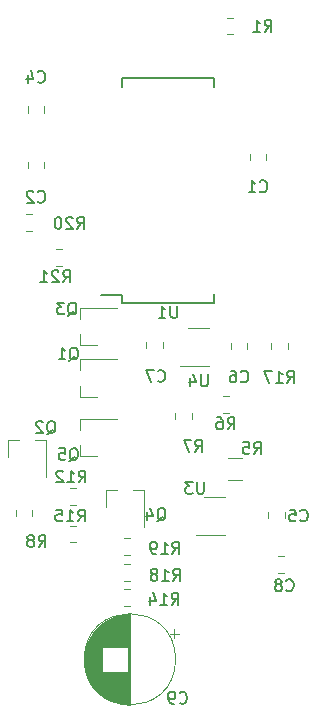
<source format=gbo>
G04 #@! TF.GenerationSoftware,KiCad,Pcbnew,(5.0.1-3-g963ef8bb5)*
G04 #@! TF.CreationDate,2019-04-01T22:55:47-04:00*
G04 #@! TF.ProjectId,radio,726164696F2E6B696361645F70636200,rev?*
G04 #@! TF.SameCoordinates,Original*
G04 #@! TF.FileFunction,Legend,Bot*
G04 #@! TF.FilePolarity,Positive*
%FSLAX46Y46*%
G04 Gerber Fmt 4.6, Leading zero omitted, Abs format (unit mm)*
G04 Created by KiCad (PCBNEW (5.0.1-3-g963ef8bb5)) date Monday, April 01, 2019 at 10:55:47 pm*
%MOMM*%
%LPD*%
G01*
G04 APERTURE LIST*
%ADD10C,0.120000*%
%ADD11C,0.150000*%
G04 APERTURE END LIST*
D10*
G04 #@! TO.C,U4*
X142505000Y-106956500D02*
X140055000Y-106956500D01*
X140705000Y-103736500D02*
X142505000Y-103736500D01*
G04 #@! TO.C,R20*
X126992748Y-95579000D02*
X127515252Y-95579000D01*
X126992748Y-94159000D02*
X127515252Y-94159000D01*
G04 #@! TO.C,R21*
X129532748Y-98500000D02*
X130055252Y-98500000D01*
X129532748Y-97080000D02*
X130055252Y-97080000D01*
G04 #@! TO.C,R19*
X135770252Y-123011000D02*
X135247748Y-123011000D01*
X135770252Y-121591000D02*
X135247748Y-121591000D01*
G04 #@! TO.C,R18*
X135247748Y-125170000D02*
X135770252Y-125170000D01*
X135247748Y-123750000D02*
X135770252Y-123750000D01*
G04 #@! TO.C,Q2*
X125483500Y-113222500D02*
X125483500Y-114682500D01*
X128643500Y-113222500D02*
X128643500Y-116382500D01*
X128643500Y-113222500D02*
X127713500Y-113222500D01*
X125483500Y-113222500D02*
X126413500Y-113222500D01*
D11*
G04 #@! TO.C,U1*
X135150000Y-101000000D02*
X133325000Y-101000000D01*
X135150000Y-82600000D02*
X142900000Y-82600000D01*
X135150000Y-101650000D02*
X142900000Y-101650000D01*
X135150000Y-82600000D02*
X135150000Y-83345000D01*
X142900000Y-82600000D02*
X142900000Y-83345000D01*
X142900000Y-101650000D02*
X142900000Y-100905000D01*
X135150000Y-101650000D02*
X135150000Y-101000000D01*
D10*
G04 #@! TO.C,U3*
X143822000Y-121310000D02*
X141372000Y-121310000D01*
X142022000Y-118090000D02*
X143822000Y-118090000D01*
G04 #@! TO.C,R12*
X131261752Y-118756500D02*
X130739248Y-118756500D01*
X131261752Y-117336500D02*
X130739248Y-117336500D01*
G04 #@! TO.C,Q4*
X133802000Y-117477000D02*
X133802000Y-118937000D01*
X136962000Y-117477000D02*
X136962000Y-120637000D01*
X136962000Y-117477000D02*
X136032000Y-117477000D01*
X133802000Y-117477000D02*
X134732000Y-117477000D01*
G04 #@! TO.C,Q3*
X131574000Y-105212000D02*
X133034000Y-105212000D01*
X131574000Y-102052000D02*
X134734000Y-102052000D01*
X131574000Y-102052000D02*
X131574000Y-102982000D01*
X131574000Y-105212000D02*
X131574000Y-104282000D01*
G04 #@! TO.C,C1*
X147335000Y-89013748D02*
X147335000Y-89536252D01*
X145915000Y-89013748D02*
X145915000Y-89536252D01*
G04 #@! TO.C,C2*
X127115000Y-90236252D02*
X127115000Y-89713748D01*
X128535000Y-90236252D02*
X128535000Y-89713748D01*
G04 #@! TO.C,C4*
X127115000Y-85536252D02*
X127115000Y-85013748D01*
X128535000Y-85536252D02*
X128535000Y-85013748D01*
G04 #@! TO.C,C5*
X147499000Y-119886252D02*
X147499000Y-119363748D01*
X148919000Y-119886252D02*
X148919000Y-119363748D01*
G04 #@! TO.C,C6*
X145725000Y-105053748D02*
X145725000Y-105576252D01*
X144305000Y-105053748D02*
X144305000Y-105576252D01*
G04 #@! TO.C,C7*
X138565000Y-104963748D02*
X138565000Y-105486252D01*
X137145000Y-104963748D02*
X137145000Y-105486252D01*
G04 #@! TO.C,C8*
X148851252Y-124535000D02*
X148328748Y-124535000D01*
X148851252Y-123115000D02*
X148328748Y-123115000D01*
G04 #@! TO.C,Q1*
X131574000Y-109593500D02*
X131574000Y-108663500D01*
X131574000Y-106433500D02*
X131574000Y-107363500D01*
X131574000Y-106433500D02*
X134734000Y-106433500D01*
X131574000Y-109593500D02*
X133034000Y-109593500D01*
G04 #@! TO.C,Q5*
X131574000Y-114610000D02*
X133034000Y-114610000D01*
X131574000Y-111450000D02*
X134734000Y-111450000D01*
X131574000Y-111450000D02*
X131574000Y-112380000D01*
X131574000Y-114610000D02*
X131574000Y-113680000D01*
G04 #@! TO.C,R1*
X143963748Y-77490000D02*
X144486252Y-77490000D01*
X143963748Y-78910000D02*
X144486252Y-78910000D01*
G04 #@! TO.C,R5*
X145255064Y-116607000D02*
X144050936Y-116607000D01*
X145255064Y-114787000D02*
X144050936Y-114787000D01*
G04 #@! TO.C,R6*
X144152252Y-110946000D02*
X143629748Y-110946000D01*
X144152252Y-109526000D02*
X143629748Y-109526000D01*
G04 #@! TO.C,R7*
X141045000Y-110990748D02*
X141045000Y-111513252D01*
X139625000Y-110990748D02*
X139625000Y-111513252D01*
G04 #@! TO.C,R8*
X127519500Y-119182248D02*
X127519500Y-119704752D01*
X126099500Y-119182248D02*
X126099500Y-119704752D01*
G04 #@! TO.C,R14*
X135247748Y-127329000D02*
X135770252Y-127329000D01*
X135247748Y-125909000D02*
X135770252Y-125909000D01*
G04 #@! TO.C,R15*
X131198252Y-120511500D02*
X130675748Y-120511500D01*
X131198252Y-121931500D02*
X130675748Y-121931500D01*
G04 #@! TO.C,R17*
X149155000Y-105043748D02*
X149155000Y-105566252D01*
X147735000Y-105043748D02*
X147735000Y-105566252D01*
G04 #@! TO.C,C9*
X139653000Y-131826000D02*
G75*
G03X139653000Y-131826000I-3870000J0D01*
G01*
X135783000Y-127996000D02*
X135783000Y-135656000D01*
X135743000Y-127996000D02*
X135743000Y-135656000D01*
X135703000Y-127996000D02*
X135703000Y-135656000D01*
X135663000Y-127997000D02*
X135663000Y-135655000D01*
X135623000Y-127999000D02*
X135623000Y-135653000D01*
X135583000Y-128001000D02*
X135583000Y-135651000D01*
X135543000Y-128003000D02*
X135543000Y-130786000D01*
X135543000Y-132866000D02*
X135543000Y-135649000D01*
X135503000Y-128006000D02*
X135503000Y-130786000D01*
X135503000Y-132866000D02*
X135503000Y-135646000D01*
X135463000Y-128009000D02*
X135463000Y-130786000D01*
X135463000Y-132866000D02*
X135463000Y-135643000D01*
X135423000Y-128012000D02*
X135423000Y-130786000D01*
X135423000Y-132866000D02*
X135423000Y-135640000D01*
X135383000Y-128016000D02*
X135383000Y-130786000D01*
X135383000Y-132866000D02*
X135383000Y-135636000D01*
X135343000Y-128021000D02*
X135343000Y-130786000D01*
X135343000Y-132866000D02*
X135343000Y-135631000D01*
X135303000Y-128025000D02*
X135303000Y-130786000D01*
X135303000Y-132866000D02*
X135303000Y-135627000D01*
X135263000Y-128031000D02*
X135263000Y-130786000D01*
X135263000Y-132866000D02*
X135263000Y-135621000D01*
X135223000Y-128036000D02*
X135223000Y-130786000D01*
X135223000Y-132866000D02*
X135223000Y-135616000D01*
X135183000Y-128042000D02*
X135183000Y-130786000D01*
X135183000Y-132866000D02*
X135183000Y-135610000D01*
X135143000Y-128049000D02*
X135143000Y-130786000D01*
X135143000Y-132866000D02*
X135143000Y-135603000D01*
X135103000Y-128056000D02*
X135103000Y-130786000D01*
X135103000Y-132866000D02*
X135103000Y-135596000D01*
X135062000Y-128063000D02*
X135062000Y-130786000D01*
X135062000Y-132866000D02*
X135062000Y-135589000D01*
X135022000Y-128071000D02*
X135022000Y-130786000D01*
X135022000Y-132866000D02*
X135022000Y-135581000D01*
X134982000Y-128079000D02*
X134982000Y-130786000D01*
X134982000Y-132866000D02*
X134982000Y-135573000D01*
X134942000Y-128088000D02*
X134942000Y-130786000D01*
X134942000Y-132866000D02*
X134942000Y-135564000D01*
X134902000Y-128097000D02*
X134902000Y-130786000D01*
X134902000Y-132866000D02*
X134902000Y-135555000D01*
X134862000Y-128106000D02*
X134862000Y-130786000D01*
X134862000Y-132866000D02*
X134862000Y-135546000D01*
X134822000Y-128116000D02*
X134822000Y-130786000D01*
X134822000Y-132866000D02*
X134822000Y-135536000D01*
X134782000Y-128127000D02*
X134782000Y-130786000D01*
X134782000Y-132866000D02*
X134782000Y-135525000D01*
X134742000Y-128138000D02*
X134742000Y-130786000D01*
X134742000Y-132866000D02*
X134742000Y-135514000D01*
X134702000Y-128149000D02*
X134702000Y-130786000D01*
X134702000Y-132866000D02*
X134702000Y-135503000D01*
X134662000Y-128161000D02*
X134662000Y-130786000D01*
X134662000Y-132866000D02*
X134662000Y-135491000D01*
X134622000Y-128173000D02*
X134622000Y-130786000D01*
X134622000Y-132866000D02*
X134622000Y-135479000D01*
X134582000Y-128186000D02*
X134582000Y-130786000D01*
X134582000Y-132866000D02*
X134582000Y-135466000D01*
X134542000Y-128200000D02*
X134542000Y-130786000D01*
X134542000Y-132866000D02*
X134542000Y-135452000D01*
X134502000Y-128213000D02*
X134502000Y-130786000D01*
X134502000Y-132866000D02*
X134502000Y-135439000D01*
X134462000Y-128228000D02*
X134462000Y-130786000D01*
X134462000Y-132866000D02*
X134462000Y-135424000D01*
X134422000Y-128242000D02*
X134422000Y-130786000D01*
X134422000Y-132866000D02*
X134422000Y-135410000D01*
X134382000Y-128258000D02*
X134382000Y-130786000D01*
X134382000Y-132866000D02*
X134382000Y-135394000D01*
X134342000Y-128273000D02*
X134342000Y-130786000D01*
X134342000Y-132866000D02*
X134342000Y-135379000D01*
X134302000Y-128290000D02*
X134302000Y-130786000D01*
X134302000Y-132866000D02*
X134302000Y-135362000D01*
X134262000Y-128306000D02*
X134262000Y-130786000D01*
X134262000Y-132866000D02*
X134262000Y-135346000D01*
X134222000Y-128324000D02*
X134222000Y-130786000D01*
X134222000Y-132866000D02*
X134222000Y-135328000D01*
X134182000Y-128342000D02*
X134182000Y-130786000D01*
X134182000Y-132866000D02*
X134182000Y-135310000D01*
X134142000Y-128360000D02*
X134142000Y-130786000D01*
X134142000Y-132866000D02*
X134142000Y-135292000D01*
X134102000Y-128379000D02*
X134102000Y-130786000D01*
X134102000Y-132866000D02*
X134102000Y-135273000D01*
X134062000Y-128399000D02*
X134062000Y-130786000D01*
X134062000Y-132866000D02*
X134062000Y-135253000D01*
X134022000Y-128419000D02*
X134022000Y-130786000D01*
X134022000Y-132866000D02*
X134022000Y-135233000D01*
X133982000Y-128440000D02*
X133982000Y-130786000D01*
X133982000Y-132866000D02*
X133982000Y-135212000D01*
X133942000Y-128461000D02*
X133942000Y-130786000D01*
X133942000Y-132866000D02*
X133942000Y-135191000D01*
X133902000Y-128483000D02*
X133902000Y-130786000D01*
X133902000Y-132866000D02*
X133902000Y-135169000D01*
X133862000Y-128505000D02*
X133862000Y-130786000D01*
X133862000Y-132866000D02*
X133862000Y-135147000D01*
X133822000Y-128529000D02*
X133822000Y-130786000D01*
X133822000Y-132866000D02*
X133822000Y-135123000D01*
X133782000Y-128552000D02*
X133782000Y-130786000D01*
X133782000Y-132866000D02*
X133782000Y-135100000D01*
X133742000Y-128577000D02*
X133742000Y-130786000D01*
X133742000Y-132866000D02*
X133742000Y-135075000D01*
X133702000Y-128602000D02*
X133702000Y-130786000D01*
X133702000Y-132866000D02*
X133702000Y-135050000D01*
X133662000Y-128628000D02*
X133662000Y-130786000D01*
X133662000Y-132866000D02*
X133662000Y-135024000D01*
X133622000Y-128654000D02*
X133622000Y-130786000D01*
X133622000Y-132866000D02*
X133622000Y-134998000D01*
X133582000Y-128682000D02*
X133582000Y-130786000D01*
X133582000Y-132866000D02*
X133582000Y-134970000D01*
X133542000Y-128710000D02*
X133542000Y-130786000D01*
X133542000Y-132866000D02*
X133542000Y-134942000D01*
X133502000Y-128738000D02*
X133502000Y-130786000D01*
X133502000Y-132866000D02*
X133502000Y-134914000D01*
X133462000Y-128768000D02*
X133462000Y-134884000D01*
X133422000Y-128798000D02*
X133422000Y-134854000D01*
X133382000Y-128830000D02*
X133382000Y-134822000D01*
X133342000Y-128862000D02*
X133342000Y-134790000D01*
X133302000Y-128895000D02*
X133302000Y-134757000D01*
X133262000Y-128928000D02*
X133262000Y-134724000D01*
X133222000Y-128963000D02*
X133222000Y-134689000D01*
X133182000Y-128999000D02*
X133182000Y-134653000D01*
X133142000Y-129036000D02*
X133142000Y-134616000D01*
X133102000Y-129074000D02*
X133102000Y-134578000D01*
X133062000Y-129113000D02*
X133062000Y-134539000D01*
X133022000Y-129153000D02*
X133022000Y-134499000D01*
X132982000Y-129194000D02*
X132982000Y-134458000D01*
X132942000Y-129237000D02*
X132942000Y-134415000D01*
X132902000Y-129280000D02*
X132902000Y-134372000D01*
X132862000Y-129326000D02*
X132862000Y-134326000D01*
X132822000Y-129372000D02*
X132822000Y-134280000D01*
X132782000Y-129421000D02*
X132782000Y-134231000D01*
X132742000Y-129471000D02*
X132742000Y-134181000D01*
X132702000Y-129522000D02*
X132702000Y-134130000D01*
X132662000Y-129576000D02*
X132662000Y-134076000D01*
X132622000Y-129631000D02*
X132622000Y-134021000D01*
X132582000Y-129689000D02*
X132582000Y-133963000D01*
X132542000Y-129749000D02*
X132542000Y-133903000D01*
X132502000Y-129812000D02*
X132502000Y-133840000D01*
X132462000Y-129877000D02*
X132462000Y-133775000D01*
X132422000Y-129945000D02*
X132422000Y-133707000D01*
X132382000Y-130017000D02*
X132382000Y-133635000D01*
X132342000Y-130093000D02*
X132342000Y-133559000D01*
X132302000Y-130172000D02*
X132302000Y-133480000D01*
X132262000Y-130257000D02*
X132262000Y-133395000D01*
X132222000Y-130348000D02*
X132222000Y-133304000D01*
X132182000Y-130445000D02*
X132182000Y-133207000D01*
X132142000Y-130551000D02*
X132142000Y-133101000D01*
X132102000Y-130668000D02*
X132102000Y-132984000D01*
X132062000Y-130798000D02*
X132062000Y-132854000D01*
X132022000Y-130949000D02*
X132022000Y-132703000D01*
X131982000Y-131133000D02*
X131982000Y-132519000D01*
X131942000Y-131385000D02*
X131942000Y-132267000D01*
X139925211Y-129651000D02*
X139175211Y-129651000D01*
X139550211Y-129276000D02*
X139550211Y-130026000D01*
G04 #@! TO.C,U4*
D11*
X142366904Y-107698880D02*
X142366904Y-108508404D01*
X142319285Y-108603642D01*
X142271666Y-108651261D01*
X142176428Y-108698880D01*
X141985952Y-108698880D01*
X141890714Y-108651261D01*
X141843095Y-108603642D01*
X141795476Y-108508404D01*
X141795476Y-107698880D01*
X140890714Y-108032214D02*
X140890714Y-108698880D01*
X141128809Y-107651261D02*
X141366904Y-108365547D01*
X140747857Y-108365547D01*
G04 #@! TO.C,R20*
X131325857Y-95384880D02*
X131659190Y-94908690D01*
X131897285Y-95384880D02*
X131897285Y-94384880D01*
X131516333Y-94384880D01*
X131421095Y-94432500D01*
X131373476Y-94480119D01*
X131325857Y-94575357D01*
X131325857Y-94718214D01*
X131373476Y-94813452D01*
X131421095Y-94861071D01*
X131516333Y-94908690D01*
X131897285Y-94908690D01*
X130944904Y-94480119D02*
X130897285Y-94432500D01*
X130802047Y-94384880D01*
X130563952Y-94384880D01*
X130468714Y-94432500D01*
X130421095Y-94480119D01*
X130373476Y-94575357D01*
X130373476Y-94670595D01*
X130421095Y-94813452D01*
X130992523Y-95384880D01*
X130373476Y-95384880D01*
X129754428Y-94384880D02*
X129659190Y-94384880D01*
X129563952Y-94432500D01*
X129516333Y-94480119D01*
X129468714Y-94575357D01*
X129421095Y-94765833D01*
X129421095Y-95003928D01*
X129468714Y-95194404D01*
X129516333Y-95289642D01*
X129563952Y-95337261D01*
X129659190Y-95384880D01*
X129754428Y-95384880D01*
X129849666Y-95337261D01*
X129897285Y-95289642D01*
X129944904Y-95194404D01*
X129992523Y-95003928D01*
X129992523Y-94765833D01*
X129944904Y-94575357D01*
X129897285Y-94480119D01*
X129849666Y-94432500D01*
X129754428Y-94384880D01*
G04 #@! TO.C,R21*
X130119357Y-99893380D02*
X130452690Y-99417190D01*
X130690785Y-99893380D02*
X130690785Y-98893380D01*
X130309833Y-98893380D01*
X130214595Y-98941000D01*
X130166976Y-98988619D01*
X130119357Y-99083857D01*
X130119357Y-99226714D01*
X130166976Y-99321952D01*
X130214595Y-99369571D01*
X130309833Y-99417190D01*
X130690785Y-99417190D01*
X129738404Y-98988619D02*
X129690785Y-98941000D01*
X129595547Y-98893380D01*
X129357452Y-98893380D01*
X129262214Y-98941000D01*
X129214595Y-98988619D01*
X129166976Y-99083857D01*
X129166976Y-99179095D01*
X129214595Y-99321952D01*
X129786023Y-99893380D01*
X129166976Y-99893380D01*
X128214595Y-99893380D02*
X128786023Y-99893380D01*
X128500309Y-99893380D02*
X128500309Y-98893380D01*
X128595547Y-99036238D01*
X128690785Y-99131476D01*
X128786023Y-99179095D01*
G04 #@! TO.C,R19*
X139390357Y-122880380D02*
X139723690Y-122404190D01*
X139961785Y-122880380D02*
X139961785Y-121880380D01*
X139580833Y-121880380D01*
X139485595Y-121928000D01*
X139437976Y-121975619D01*
X139390357Y-122070857D01*
X139390357Y-122213714D01*
X139437976Y-122308952D01*
X139485595Y-122356571D01*
X139580833Y-122404190D01*
X139961785Y-122404190D01*
X138437976Y-122880380D02*
X139009404Y-122880380D01*
X138723690Y-122880380D02*
X138723690Y-121880380D01*
X138818928Y-122023238D01*
X138914166Y-122118476D01*
X139009404Y-122166095D01*
X137961785Y-122880380D02*
X137771309Y-122880380D01*
X137676071Y-122832761D01*
X137628452Y-122785142D01*
X137533214Y-122642285D01*
X137485595Y-122451809D01*
X137485595Y-122070857D01*
X137533214Y-121975619D01*
X137580833Y-121928000D01*
X137676071Y-121880380D01*
X137866547Y-121880380D01*
X137961785Y-121928000D01*
X138009404Y-121975619D01*
X138057023Y-122070857D01*
X138057023Y-122308952D01*
X138009404Y-122404190D01*
X137961785Y-122451809D01*
X137866547Y-122499428D01*
X137676071Y-122499428D01*
X137580833Y-122451809D01*
X137533214Y-122404190D01*
X137485595Y-122308952D01*
G04 #@! TO.C,R18*
X139453857Y-125166380D02*
X139787190Y-124690190D01*
X140025285Y-125166380D02*
X140025285Y-124166380D01*
X139644333Y-124166380D01*
X139549095Y-124214000D01*
X139501476Y-124261619D01*
X139453857Y-124356857D01*
X139453857Y-124499714D01*
X139501476Y-124594952D01*
X139549095Y-124642571D01*
X139644333Y-124690190D01*
X140025285Y-124690190D01*
X138501476Y-125166380D02*
X139072904Y-125166380D01*
X138787190Y-125166380D02*
X138787190Y-124166380D01*
X138882428Y-124309238D01*
X138977666Y-124404476D01*
X139072904Y-124452095D01*
X137930047Y-124594952D02*
X138025285Y-124547333D01*
X138072904Y-124499714D01*
X138120523Y-124404476D01*
X138120523Y-124356857D01*
X138072904Y-124261619D01*
X138025285Y-124214000D01*
X137930047Y-124166380D01*
X137739571Y-124166380D01*
X137644333Y-124214000D01*
X137596714Y-124261619D01*
X137549095Y-124356857D01*
X137549095Y-124404476D01*
X137596714Y-124499714D01*
X137644333Y-124547333D01*
X137739571Y-124594952D01*
X137930047Y-124594952D01*
X138025285Y-124642571D01*
X138072904Y-124690190D01*
X138120523Y-124785428D01*
X138120523Y-124975904D01*
X138072904Y-125071142D01*
X138025285Y-125118761D01*
X137930047Y-125166380D01*
X137739571Y-125166380D01*
X137644333Y-125118761D01*
X137596714Y-125071142D01*
X137549095Y-124975904D01*
X137549095Y-124785428D01*
X137596714Y-124690190D01*
X137644333Y-124642571D01*
X137739571Y-124594952D01*
G04 #@! TO.C,Q2*
X128746238Y-112752119D02*
X128841476Y-112704500D01*
X128936714Y-112609261D01*
X129079571Y-112466404D01*
X129174809Y-112418785D01*
X129270047Y-112418785D01*
X129222428Y-112656880D02*
X129317666Y-112609261D01*
X129412904Y-112514023D01*
X129460523Y-112323547D01*
X129460523Y-111990214D01*
X129412904Y-111799738D01*
X129317666Y-111704500D01*
X129222428Y-111656880D01*
X129031952Y-111656880D01*
X128936714Y-111704500D01*
X128841476Y-111799738D01*
X128793857Y-111990214D01*
X128793857Y-112323547D01*
X128841476Y-112514023D01*
X128936714Y-112609261D01*
X129031952Y-112656880D01*
X129222428Y-112656880D01*
X128412904Y-111752119D02*
X128365285Y-111704500D01*
X128270047Y-111656880D01*
X128031952Y-111656880D01*
X127936714Y-111704500D01*
X127889095Y-111752119D01*
X127841476Y-111847357D01*
X127841476Y-111942595D01*
X127889095Y-112085452D01*
X128460523Y-112656880D01*
X127841476Y-112656880D01*
G04 #@! TO.C,U1*
X139786904Y-101902380D02*
X139786904Y-102711904D01*
X139739285Y-102807142D01*
X139691666Y-102854761D01*
X139596428Y-102902380D01*
X139405952Y-102902380D01*
X139310714Y-102854761D01*
X139263095Y-102807142D01*
X139215476Y-102711904D01*
X139215476Y-101902380D01*
X138215476Y-102902380D02*
X138786904Y-102902380D01*
X138501190Y-102902380D02*
X138501190Y-101902380D01*
X138596428Y-102045238D01*
X138691666Y-102140476D01*
X138786904Y-102188095D01*
G04 #@! TO.C,U3*
X142049404Y-116800380D02*
X142049404Y-117609904D01*
X142001785Y-117705142D01*
X141954166Y-117752761D01*
X141858928Y-117800380D01*
X141668452Y-117800380D01*
X141573214Y-117752761D01*
X141525595Y-117705142D01*
X141477976Y-117609904D01*
X141477976Y-116800380D01*
X141097023Y-116800380D02*
X140477976Y-116800380D01*
X140811309Y-117181333D01*
X140668452Y-117181333D01*
X140573214Y-117228952D01*
X140525595Y-117276571D01*
X140477976Y-117371809D01*
X140477976Y-117609904D01*
X140525595Y-117705142D01*
X140573214Y-117752761D01*
X140668452Y-117800380D01*
X140954166Y-117800380D01*
X141049404Y-117752761D01*
X141097023Y-117705142D01*
G04 #@! TO.C,R12*
X131452857Y-116847880D02*
X131786190Y-116371690D01*
X132024285Y-116847880D02*
X132024285Y-115847880D01*
X131643333Y-115847880D01*
X131548095Y-115895500D01*
X131500476Y-115943119D01*
X131452857Y-116038357D01*
X131452857Y-116181214D01*
X131500476Y-116276452D01*
X131548095Y-116324071D01*
X131643333Y-116371690D01*
X132024285Y-116371690D01*
X130500476Y-116847880D02*
X131071904Y-116847880D01*
X130786190Y-116847880D02*
X130786190Y-115847880D01*
X130881428Y-115990738D01*
X130976666Y-116085976D01*
X131071904Y-116133595D01*
X130119523Y-115943119D02*
X130071904Y-115895500D01*
X129976666Y-115847880D01*
X129738571Y-115847880D01*
X129643333Y-115895500D01*
X129595714Y-115943119D01*
X129548095Y-116038357D01*
X129548095Y-116133595D01*
X129595714Y-116276452D01*
X130167142Y-116847880D01*
X129548095Y-116847880D01*
G04 #@! TO.C,Q4*
X138080738Y-120118119D02*
X138175976Y-120070500D01*
X138271214Y-119975261D01*
X138414071Y-119832404D01*
X138509309Y-119784785D01*
X138604547Y-119784785D01*
X138556928Y-120022880D02*
X138652166Y-119975261D01*
X138747404Y-119880023D01*
X138795023Y-119689547D01*
X138795023Y-119356214D01*
X138747404Y-119165738D01*
X138652166Y-119070500D01*
X138556928Y-119022880D01*
X138366452Y-119022880D01*
X138271214Y-119070500D01*
X138175976Y-119165738D01*
X138128357Y-119356214D01*
X138128357Y-119689547D01*
X138175976Y-119880023D01*
X138271214Y-119975261D01*
X138366452Y-120022880D01*
X138556928Y-120022880D01*
X137271214Y-119356214D02*
X137271214Y-120022880D01*
X137509309Y-118975261D02*
X137747404Y-119689547D01*
X137128357Y-119689547D01*
G04 #@! TO.C,Q3*
X130524238Y-102719119D02*
X130619476Y-102671500D01*
X130714714Y-102576261D01*
X130857571Y-102433404D01*
X130952809Y-102385785D01*
X131048047Y-102385785D01*
X131000428Y-102623880D02*
X131095666Y-102576261D01*
X131190904Y-102481023D01*
X131238523Y-102290547D01*
X131238523Y-101957214D01*
X131190904Y-101766738D01*
X131095666Y-101671500D01*
X131000428Y-101623880D01*
X130809952Y-101623880D01*
X130714714Y-101671500D01*
X130619476Y-101766738D01*
X130571857Y-101957214D01*
X130571857Y-102290547D01*
X130619476Y-102481023D01*
X130714714Y-102576261D01*
X130809952Y-102623880D01*
X131000428Y-102623880D01*
X130238523Y-101623880D02*
X129619476Y-101623880D01*
X129952809Y-102004833D01*
X129809952Y-102004833D01*
X129714714Y-102052452D01*
X129667095Y-102100071D01*
X129619476Y-102195309D01*
X129619476Y-102433404D01*
X129667095Y-102528642D01*
X129714714Y-102576261D01*
X129809952Y-102623880D01*
X130095666Y-102623880D01*
X130190904Y-102576261D01*
X130238523Y-102528642D01*
G04 #@! TO.C,C1*
X146788166Y-92178142D02*
X146835785Y-92225761D01*
X146978642Y-92273380D01*
X147073880Y-92273380D01*
X147216738Y-92225761D01*
X147311976Y-92130523D01*
X147359595Y-92035285D01*
X147407214Y-91844809D01*
X147407214Y-91701952D01*
X147359595Y-91511476D01*
X147311976Y-91416238D01*
X147216738Y-91321000D01*
X147073880Y-91273380D01*
X146978642Y-91273380D01*
X146835785Y-91321000D01*
X146788166Y-91368619D01*
X145835785Y-92273380D02*
X146407214Y-92273380D01*
X146121500Y-92273380D02*
X146121500Y-91273380D01*
X146216738Y-91416238D01*
X146311976Y-91511476D01*
X146407214Y-91559095D01*
G04 #@! TO.C,C2*
X127991666Y-93057142D02*
X128039285Y-93104761D01*
X128182142Y-93152380D01*
X128277380Y-93152380D01*
X128420238Y-93104761D01*
X128515476Y-93009523D01*
X128563095Y-92914285D01*
X128610714Y-92723809D01*
X128610714Y-92580952D01*
X128563095Y-92390476D01*
X128515476Y-92295238D01*
X128420238Y-92200000D01*
X128277380Y-92152380D01*
X128182142Y-92152380D01*
X128039285Y-92200000D01*
X127991666Y-92247619D01*
X127610714Y-92247619D02*
X127563095Y-92200000D01*
X127467857Y-92152380D01*
X127229761Y-92152380D01*
X127134523Y-92200000D01*
X127086904Y-92247619D01*
X127039285Y-92342857D01*
X127039285Y-92438095D01*
X127086904Y-92580952D01*
X127658333Y-93152380D01*
X127039285Y-93152380D01*
G04 #@! TO.C,C4*
X127991666Y-82907142D02*
X128039285Y-82954761D01*
X128182142Y-83002380D01*
X128277380Y-83002380D01*
X128420238Y-82954761D01*
X128515476Y-82859523D01*
X128563095Y-82764285D01*
X128610714Y-82573809D01*
X128610714Y-82430952D01*
X128563095Y-82240476D01*
X128515476Y-82145238D01*
X128420238Y-82050000D01*
X128277380Y-82002380D01*
X128182142Y-82002380D01*
X128039285Y-82050000D01*
X127991666Y-82097619D01*
X127134523Y-82335714D02*
X127134523Y-83002380D01*
X127372619Y-81954761D02*
X127610714Y-82669047D01*
X126991666Y-82669047D01*
G04 #@! TO.C,C5*
X150217166Y-120054642D02*
X150264785Y-120102261D01*
X150407642Y-120149880D01*
X150502880Y-120149880D01*
X150645738Y-120102261D01*
X150740976Y-120007023D01*
X150788595Y-119911785D01*
X150836214Y-119721309D01*
X150836214Y-119578452D01*
X150788595Y-119387976D01*
X150740976Y-119292738D01*
X150645738Y-119197500D01*
X150502880Y-119149880D01*
X150407642Y-119149880D01*
X150264785Y-119197500D01*
X150217166Y-119245119D01*
X149312404Y-119149880D02*
X149788595Y-119149880D01*
X149836214Y-119626071D01*
X149788595Y-119578452D01*
X149693357Y-119530833D01*
X149455261Y-119530833D01*
X149360023Y-119578452D01*
X149312404Y-119626071D01*
X149264785Y-119721309D01*
X149264785Y-119959404D01*
X149312404Y-120054642D01*
X149360023Y-120102261D01*
X149455261Y-120149880D01*
X149693357Y-120149880D01*
X149788595Y-120102261D01*
X149836214Y-120054642D01*
G04 #@! TO.C,C6*
X145181666Y-108287142D02*
X145229285Y-108334761D01*
X145372142Y-108382380D01*
X145467380Y-108382380D01*
X145610238Y-108334761D01*
X145705476Y-108239523D01*
X145753095Y-108144285D01*
X145800714Y-107953809D01*
X145800714Y-107810952D01*
X145753095Y-107620476D01*
X145705476Y-107525238D01*
X145610238Y-107430000D01*
X145467380Y-107382380D01*
X145372142Y-107382380D01*
X145229285Y-107430000D01*
X145181666Y-107477619D01*
X144324523Y-107382380D02*
X144515000Y-107382380D01*
X144610238Y-107430000D01*
X144657857Y-107477619D01*
X144753095Y-107620476D01*
X144800714Y-107810952D01*
X144800714Y-108191904D01*
X144753095Y-108287142D01*
X144705476Y-108334761D01*
X144610238Y-108382380D01*
X144419761Y-108382380D01*
X144324523Y-108334761D01*
X144276904Y-108287142D01*
X144229285Y-108191904D01*
X144229285Y-107953809D01*
X144276904Y-107858571D01*
X144324523Y-107810952D01*
X144419761Y-107763333D01*
X144610238Y-107763333D01*
X144705476Y-107810952D01*
X144753095Y-107858571D01*
X144800714Y-107953809D01*
G04 #@! TO.C,C7*
X138152166Y-108243642D02*
X138199785Y-108291261D01*
X138342642Y-108338880D01*
X138437880Y-108338880D01*
X138580738Y-108291261D01*
X138675976Y-108196023D01*
X138723595Y-108100785D01*
X138771214Y-107910309D01*
X138771214Y-107767452D01*
X138723595Y-107576976D01*
X138675976Y-107481738D01*
X138580738Y-107386500D01*
X138437880Y-107338880D01*
X138342642Y-107338880D01*
X138199785Y-107386500D01*
X138152166Y-107434119D01*
X137818833Y-107338880D02*
X137152166Y-107338880D01*
X137580738Y-108338880D01*
G04 #@! TO.C,C8*
X149019666Y-125960142D02*
X149067285Y-126007761D01*
X149210142Y-126055380D01*
X149305380Y-126055380D01*
X149448238Y-126007761D01*
X149543476Y-125912523D01*
X149591095Y-125817285D01*
X149638714Y-125626809D01*
X149638714Y-125483952D01*
X149591095Y-125293476D01*
X149543476Y-125198238D01*
X149448238Y-125103000D01*
X149305380Y-125055380D01*
X149210142Y-125055380D01*
X149067285Y-125103000D01*
X149019666Y-125150619D01*
X148448238Y-125483952D02*
X148543476Y-125436333D01*
X148591095Y-125388714D01*
X148638714Y-125293476D01*
X148638714Y-125245857D01*
X148591095Y-125150619D01*
X148543476Y-125103000D01*
X148448238Y-125055380D01*
X148257761Y-125055380D01*
X148162523Y-125103000D01*
X148114904Y-125150619D01*
X148067285Y-125245857D01*
X148067285Y-125293476D01*
X148114904Y-125388714D01*
X148162523Y-125436333D01*
X148257761Y-125483952D01*
X148448238Y-125483952D01*
X148543476Y-125531571D01*
X148591095Y-125579190D01*
X148638714Y-125674428D01*
X148638714Y-125864904D01*
X148591095Y-125960142D01*
X148543476Y-126007761D01*
X148448238Y-126055380D01*
X148257761Y-126055380D01*
X148162523Y-126007761D01*
X148114904Y-125960142D01*
X148067285Y-125864904D01*
X148067285Y-125674428D01*
X148114904Y-125579190D01*
X148162523Y-125531571D01*
X148257761Y-125483952D01*
G04 #@! TO.C,Q1*
X130651238Y-106529119D02*
X130746476Y-106481500D01*
X130841714Y-106386261D01*
X130984571Y-106243404D01*
X131079809Y-106195785D01*
X131175047Y-106195785D01*
X131127428Y-106433880D02*
X131222666Y-106386261D01*
X131317904Y-106291023D01*
X131365523Y-106100547D01*
X131365523Y-105767214D01*
X131317904Y-105576738D01*
X131222666Y-105481500D01*
X131127428Y-105433880D01*
X130936952Y-105433880D01*
X130841714Y-105481500D01*
X130746476Y-105576738D01*
X130698857Y-105767214D01*
X130698857Y-106100547D01*
X130746476Y-106291023D01*
X130841714Y-106386261D01*
X130936952Y-106433880D01*
X131127428Y-106433880D01*
X129746476Y-106433880D02*
X130317904Y-106433880D01*
X130032190Y-106433880D02*
X130032190Y-105433880D01*
X130127428Y-105576738D01*
X130222666Y-105671976D01*
X130317904Y-105719595D01*
G04 #@! TO.C,Q5*
X130651238Y-115038119D02*
X130746476Y-114990500D01*
X130841714Y-114895261D01*
X130984571Y-114752404D01*
X131079809Y-114704785D01*
X131175047Y-114704785D01*
X131127428Y-114942880D02*
X131222666Y-114895261D01*
X131317904Y-114800023D01*
X131365523Y-114609547D01*
X131365523Y-114276214D01*
X131317904Y-114085738D01*
X131222666Y-113990500D01*
X131127428Y-113942880D01*
X130936952Y-113942880D01*
X130841714Y-113990500D01*
X130746476Y-114085738D01*
X130698857Y-114276214D01*
X130698857Y-114609547D01*
X130746476Y-114800023D01*
X130841714Y-114895261D01*
X130936952Y-114942880D01*
X131127428Y-114942880D01*
X129794095Y-113942880D02*
X130270285Y-113942880D01*
X130317904Y-114419071D01*
X130270285Y-114371452D01*
X130175047Y-114323833D01*
X129936952Y-114323833D01*
X129841714Y-114371452D01*
X129794095Y-114419071D01*
X129746476Y-114514309D01*
X129746476Y-114752404D01*
X129794095Y-114847642D01*
X129841714Y-114895261D01*
X129936952Y-114942880D01*
X130175047Y-114942880D01*
X130270285Y-114895261D01*
X130317904Y-114847642D01*
G04 #@! TO.C,R1*
X147191666Y-78682380D02*
X147525000Y-78206190D01*
X147763095Y-78682380D02*
X147763095Y-77682380D01*
X147382142Y-77682380D01*
X147286904Y-77730000D01*
X147239285Y-77777619D01*
X147191666Y-77872857D01*
X147191666Y-78015714D01*
X147239285Y-78110952D01*
X147286904Y-78158571D01*
X147382142Y-78206190D01*
X147763095Y-78206190D01*
X146239285Y-78682380D02*
X146810714Y-78682380D01*
X146525000Y-78682380D02*
X146525000Y-77682380D01*
X146620238Y-77825238D01*
X146715476Y-77920476D01*
X146810714Y-77968095D01*
G04 #@! TO.C,R5*
X146280166Y-114434880D02*
X146613500Y-113958690D01*
X146851595Y-114434880D02*
X146851595Y-113434880D01*
X146470642Y-113434880D01*
X146375404Y-113482500D01*
X146327785Y-113530119D01*
X146280166Y-113625357D01*
X146280166Y-113768214D01*
X146327785Y-113863452D01*
X146375404Y-113911071D01*
X146470642Y-113958690D01*
X146851595Y-113958690D01*
X145375404Y-113434880D02*
X145851595Y-113434880D01*
X145899214Y-113911071D01*
X145851595Y-113863452D01*
X145756357Y-113815833D01*
X145518261Y-113815833D01*
X145423023Y-113863452D01*
X145375404Y-113911071D01*
X145327785Y-114006309D01*
X145327785Y-114244404D01*
X145375404Y-114339642D01*
X145423023Y-114387261D01*
X145518261Y-114434880D01*
X145756357Y-114434880D01*
X145851595Y-114387261D01*
X145899214Y-114339642D01*
G04 #@! TO.C,R6*
X144057666Y-112339380D02*
X144391000Y-111863190D01*
X144629095Y-112339380D02*
X144629095Y-111339380D01*
X144248142Y-111339380D01*
X144152904Y-111387000D01*
X144105285Y-111434619D01*
X144057666Y-111529857D01*
X144057666Y-111672714D01*
X144105285Y-111767952D01*
X144152904Y-111815571D01*
X144248142Y-111863190D01*
X144629095Y-111863190D01*
X143200523Y-111339380D02*
X143391000Y-111339380D01*
X143486238Y-111387000D01*
X143533857Y-111434619D01*
X143629095Y-111577476D01*
X143676714Y-111767952D01*
X143676714Y-112148904D01*
X143629095Y-112244142D01*
X143581476Y-112291761D01*
X143486238Y-112339380D01*
X143295761Y-112339380D01*
X143200523Y-112291761D01*
X143152904Y-112244142D01*
X143105285Y-112148904D01*
X143105285Y-111910809D01*
X143152904Y-111815571D01*
X143200523Y-111767952D01*
X143295761Y-111720333D01*
X143486238Y-111720333D01*
X143581476Y-111767952D01*
X143629095Y-111815571D01*
X143676714Y-111910809D01*
G04 #@! TO.C,R7*
X141327166Y-114244380D02*
X141660500Y-113768190D01*
X141898595Y-114244380D02*
X141898595Y-113244380D01*
X141517642Y-113244380D01*
X141422404Y-113292000D01*
X141374785Y-113339619D01*
X141327166Y-113434857D01*
X141327166Y-113577714D01*
X141374785Y-113672952D01*
X141422404Y-113720571D01*
X141517642Y-113768190D01*
X141898595Y-113768190D01*
X140993833Y-113244380D02*
X140327166Y-113244380D01*
X140755738Y-114244380D01*
G04 #@! TO.C,R8*
X128055666Y-122308880D02*
X128389000Y-121832690D01*
X128627095Y-122308880D02*
X128627095Y-121308880D01*
X128246142Y-121308880D01*
X128150904Y-121356500D01*
X128103285Y-121404119D01*
X128055666Y-121499357D01*
X128055666Y-121642214D01*
X128103285Y-121737452D01*
X128150904Y-121785071D01*
X128246142Y-121832690D01*
X128627095Y-121832690D01*
X127484238Y-121737452D02*
X127579476Y-121689833D01*
X127627095Y-121642214D01*
X127674714Y-121546976D01*
X127674714Y-121499357D01*
X127627095Y-121404119D01*
X127579476Y-121356500D01*
X127484238Y-121308880D01*
X127293761Y-121308880D01*
X127198523Y-121356500D01*
X127150904Y-121404119D01*
X127103285Y-121499357D01*
X127103285Y-121546976D01*
X127150904Y-121642214D01*
X127198523Y-121689833D01*
X127293761Y-121737452D01*
X127484238Y-121737452D01*
X127579476Y-121785071D01*
X127627095Y-121832690D01*
X127674714Y-121927928D01*
X127674714Y-122118404D01*
X127627095Y-122213642D01*
X127579476Y-122261261D01*
X127484238Y-122308880D01*
X127293761Y-122308880D01*
X127198523Y-122261261D01*
X127150904Y-122213642D01*
X127103285Y-122118404D01*
X127103285Y-121927928D01*
X127150904Y-121832690D01*
X127198523Y-121785071D01*
X127293761Y-121737452D01*
G04 #@! TO.C,R14*
X139326857Y-127198380D02*
X139660190Y-126722190D01*
X139898285Y-127198380D02*
X139898285Y-126198380D01*
X139517333Y-126198380D01*
X139422095Y-126246000D01*
X139374476Y-126293619D01*
X139326857Y-126388857D01*
X139326857Y-126531714D01*
X139374476Y-126626952D01*
X139422095Y-126674571D01*
X139517333Y-126722190D01*
X139898285Y-126722190D01*
X138374476Y-127198380D02*
X138945904Y-127198380D01*
X138660190Y-127198380D02*
X138660190Y-126198380D01*
X138755428Y-126341238D01*
X138850666Y-126436476D01*
X138945904Y-126484095D01*
X137517333Y-126531714D02*
X137517333Y-127198380D01*
X137755428Y-126150761D02*
X137993523Y-126865047D01*
X137374476Y-126865047D01*
G04 #@! TO.C,R15*
X131389357Y-120149880D02*
X131722690Y-119673690D01*
X131960785Y-120149880D02*
X131960785Y-119149880D01*
X131579833Y-119149880D01*
X131484595Y-119197500D01*
X131436976Y-119245119D01*
X131389357Y-119340357D01*
X131389357Y-119483214D01*
X131436976Y-119578452D01*
X131484595Y-119626071D01*
X131579833Y-119673690D01*
X131960785Y-119673690D01*
X130436976Y-120149880D02*
X131008404Y-120149880D01*
X130722690Y-120149880D02*
X130722690Y-119149880D01*
X130817928Y-119292738D01*
X130913166Y-119387976D01*
X131008404Y-119435595D01*
X129532214Y-119149880D02*
X130008404Y-119149880D01*
X130056023Y-119626071D01*
X130008404Y-119578452D01*
X129913166Y-119530833D01*
X129675071Y-119530833D01*
X129579833Y-119578452D01*
X129532214Y-119626071D01*
X129484595Y-119721309D01*
X129484595Y-119959404D01*
X129532214Y-120054642D01*
X129579833Y-120102261D01*
X129675071Y-120149880D01*
X129913166Y-120149880D01*
X130008404Y-120102261D01*
X130056023Y-120054642D01*
G04 #@! TO.C,R17*
X149097857Y-108402380D02*
X149431190Y-107926190D01*
X149669285Y-108402380D02*
X149669285Y-107402380D01*
X149288333Y-107402380D01*
X149193095Y-107450000D01*
X149145476Y-107497619D01*
X149097857Y-107592857D01*
X149097857Y-107735714D01*
X149145476Y-107830952D01*
X149193095Y-107878571D01*
X149288333Y-107926190D01*
X149669285Y-107926190D01*
X148145476Y-108402380D02*
X148716904Y-108402380D01*
X148431190Y-108402380D02*
X148431190Y-107402380D01*
X148526428Y-107545238D01*
X148621666Y-107640476D01*
X148716904Y-107688095D01*
X147812142Y-107402380D02*
X147145476Y-107402380D01*
X147574047Y-108402380D01*
G04 #@! TO.C,C9*
X139993666Y-135485142D02*
X140041285Y-135532761D01*
X140184142Y-135580380D01*
X140279380Y-135580380D01*
X140422238Y-135532761D01*
X140517476Y-135437523D01*
X140565095Y-135342285D01*
X140612714Y-135151809D01*
X140612714Y-135008952D01*
X140565095Y-134818476D01*
X140517476Y-134723238D01*
X140422238Y-134628000D01*
X140279380Y-134580380D01*
X140184142Y-134580380D01*
X140041285Y-134628000D01*
X139993666Y-134675619D01*
X139517476Y-135580380D02*
X139327000Y-135580380D01*
X139231761Y-135532761D01*
X139184142Y-135485142D01*
X139088904Y-135342285D01*
X139041285Y-135151809D01*
X139041285Y-134770857D01*
X139088904Y-134675619D01*
X139136523Y-134628000D01*
X139231761Y-134580380D01*
X139422238Y-134580380D01*
X139517476Y-134628000D01*
X139565095Y-134675619D01*
X139612714Y-134770857D01*
X139612714Y-135008952D01*
X139565095Y-135104190D01*
X139517476Y-135151809D01*
X139422238Y-135199428D01*
X139231761Y-135199428D01*
X139136523Y-135151809D01*
X139088904Y-135104190D01*
X139041285Y-135008952D01*
G04 #@! TD*
M02*

</source>
